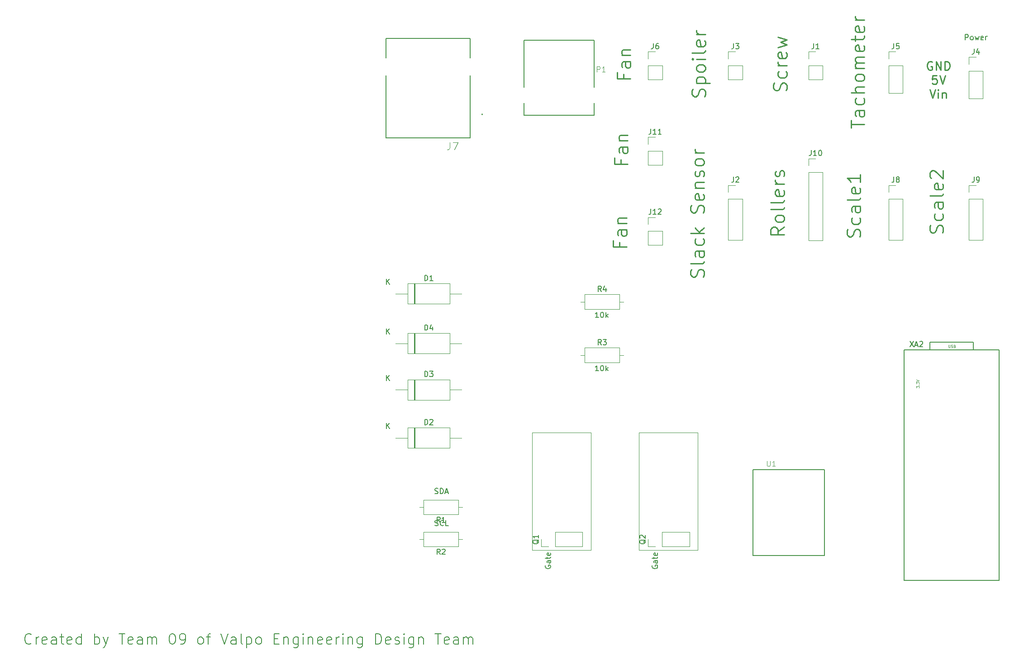
<source format=gbr>
G04 #@! TF.GenerationSoftware,KiCad,Pcbnew,(5.1.6)-1*
G04 #@! TF.CreationDate,2021-03-30T15:03:47-05:00*
G04 #@! TF.ProjectId,ControllerPCB,436f6e74-726f-46c6-9c65-725043422e6b,rev?*
G04 #@! TF.SameCoordinates,Original*
G04 #@! TF.FileFunction,Legend,Top*
G04 #@! TF.FilePolarity,Positive*
%FSLAX46Y46*%
G04 Gerber Fmt 4.6, Leading zero omitted, Abs format (unit mm)*
G04 Created by KiCad (PCBNEW (5.1.6)-1) date 2021-03-30 15:03:47*
%MOMM*%
%LPD*%
G01*
G04 APERTURE LIST*
%ADD10C,0.150000*%
%ADD11C,0.250000*%
%ADD12C,0.120000*%
%ADD13C,0.127000*%
%ADD14C,0.200000*%
%ADD15C,0.075000*%
%ADD16C,0.015000*%
G04 APERTURE END LIST*
D10*
X58285714Y-153464285D02*
X58190476Y-153559523D01*
X57904761Y-153654761D01*
X57714285Y-153654761D01*
X57428571Y-153559523D01*
X57238095Y-153369047D01*
X57142857Y-153178571D01*
X57047619Y-152797619D01*
X57047619Y-152511904D01*
X57142857Y-152130952D01*
X57238095Y-151940476D01*
X57428571Y-151750000D01*
X57714285Y-151654761D01*
X57904761Y-151654761D01*
X58190476Y-151750000D01*
X58285714Y-151845238D01*
X59142857Y-153654761D02*
X59142857Y-152321428D01*
X59142857Y-152702380D02*
X59238095Y-152511904D01*
X59333333Y-152416666D01*
X59523809Y-152321428D01*
X59714285Y-152321428D01*
X61142857Y-153559523D02*
X60952380Y-153654761D01*
X60571428Y-153654761D01*
X60380952Y-153559523D01*
X60285714Y-153369047D01*
X60285714Y-152607142D01*
X60380952Y-152416666D01*
X60571428Y-152321428D01*
X60952380Y-152321428D01*
X61142857Y-152416666D01*
X61238095Y-152607142D01*
X61238095Y-152797619D01*
X60285714Y-152988095D01*
X62952380Y-153654761D02*
X62952380Y-152607142D01*
X62857142Y-152416666D01*
X62666666Y-152321428D01*
X62285714Y-152321428D01*
X62095238Y-152416666D01*
X62952380Y-153559523D02*
X62761904Y-153654761D01*
X62285714Y-153654761D01*
X62095238Y-153559523D01*
X62000000Y-153369047D01*
X62000000Y-153178571D01*
X62095238Y-152988095D01*
X62285714Y-152892857D01*
X62761904Y-152892857D01*
X62952380Y-152797619D01*
X63619047Y-152321428D02*
X64380952Y-152321428D01*
X63904761Y-151654761D02*
X63904761Y-153369047D01*
X64000000Y-153559523D01*
X64190476Y-153654761D01*
X64380952Y-153654761D01*
X65809523Y-153559523D02*
X65619047Y-153654761D01*
X65238095Y-153654761D01*
X65047619Y-153559523D01*
X64952380Y-153369047D01*
X64952380Y-152607142D01*
X65047619Y-152416666D01*
X65238095Y-152321428D01*
X65619047Y-152321428D01*
X65809523Y-152416666D01*
X65904761Y-152607142D01*
X65904761Y-152797619D01*
X64952380Y-152988095D01*
X67619047Y-153654761D02*
X67619047Y-151654761D01*
X67619047Y-153559523D02*
X67428571Y-153654761D01*
X67047619Y-153654761D01*
X66857142Y-153559523D01*
X66761904Y-153464285D01*
X66666666Y-153273809D01*
X66666666Y-152702380D01*
X66761904Y-152511904D01*
X66857142Y-152416666D01*
X67047619Y-152321428D01*
X67428571Y-152321428D01*
X67619047Y-152416666D01*
X70095238Y-153654761D02*
X70095238Y-151654761D01*
X70095238Y-152416666D02*
X70285714Y-152321428D01*
X70666666Y-152321428D01*
X70857142Y-152416666D01*
X70952380Y-152511904D01*
X71047619Y-152702380D01*
X71047619Y-153273809D01*
X70952380Y-153464285D01*
X70857142Y-153559523D01*
X70666666Y-153654761D01*
X70285714Y-153654761D01*
X70095238Y-153559523D01*
X71714285Y-152321428D02*
X72190476Y-153654761D01*
X72666666Y-152321428D02*
X72190476Y-153654761D01*
X72000000Y-154130952D01*
X71904761Y-154226190D01*
X71714285Y-154321428D01*
X74666666Y-151654761D02*
X75809523Y-151654761D01*
X75238095Y-153654761D02*
X75238095Y-151654761D01*
X77238095Y-153559523D02*
X77047619Y-153654761D01*
X76666666Y-153654761D01*
X76476190Y-153559523D01*
X76380952Y-153369047D01*
X76380952Y-152607142D01*
X76476190Y-152416666D01*
X76666666Y-152321428D01*
X77047619Y-152321428D01*
X77238095Y-152416666D01*
X77333333Y-152607142D01*
X77333333Y-152797619D01*
X76380952Y-152988095D01*
X79047619Y-153654761D02*
X79047619Y-152607142D01*
X78952380Y-152416666D01*
X78761904Y-152321428D01*
X78380952Y-152321428D01*
X78190476Y-152416666D01*
X79047619Y-153559523D02*
X78857142Y-153654761D01*
X78380952Y-153654761D01*
X78190476Y-153559523D01*
X78095238Y-153369047D01*
X78095238Y-153178571D01*
X78190476Y-152988095D01*
X78380952Y-152892857D01*
X78857142Y-152892857D01*
X79047619Y-152797619D01*
X80000000Y-153654761D02*
X80000000Y-152321428D01*
X80000000Y-152511904D02*
X80095238Y-152416666D01*
X80285714Y-152321428D01*
X80571428Y-152321428D01*
X80761904Y-152416666D01*
X80857142Y-152607142D01*
X80857142Y-153654761D01*
X80857142Y-152607142D02*
X80952380Y-152416666D01*
X81142857Y-152321428D01*
X81428571Y-152321428D01*
X81619047Y-152416666D01*
X81714285Y-152607142D01*
X81714285Y-153654761D01*
X84571428Y-151654761D02*
X84761904Y-151654761D01*
X84952380Y-151750000D01*
X85047619Y-151845238D01*
X85142857Y-152035714D01*
X85238095Y-152416666D01*
X85238095Y-152892857D01*
X85142857Y-153273809D01*
X85047619Y-153464285D01*
X84952380Y-153559523D01*
X84761904Y-153654761D01*
X84571428Y-153654761D01*
X84380952Y-153559523D01*
X84285714Y-153464285D01*
X84190476Y-153273809D01*
X84095238Y-152892857D01*
X84095238Y-152416666D01*
X84190476Y-152035714D01*
X84285714Y-151845238D01*
X84380952Y-151750000D01*
X84571428Y-151654761D01*
X86190476Y-153654761D02*
X86571428Y-153654761D01*
X86761904Y-153559523D01*
X86857142Y-153464285D01*
X87047619Y-153178571D01*
X87142857Y-152797619D01*
X87142857Y-152035714D01*
X87047619Y-151845238D01*
X86952380Y-151750000D01*
X86761904Y-151654761D01*
X86380952Y-151654761D01*
X86190476Y-151750000D01*
X86095238Y-151845238D01*
X86000000Y-152035714D01*
X86000000Y-152511904D01*
X86095238Y-152702380D01*
X86190476Y-152797619D01*
X86380952Y-152892857D01*
X86761904Y-152892857D01*
X86952380Y-152797619D01*
X87047619Y-152702380D01*
X87142857Y-152511904D01*
X89809523Y-153654761D02*
X89619047Y-153559523D01*
X89523809Y-153464285D01*
X89428571Y-153273809D01*
X89428571Y-152702380D01*
X89523809Y-152511904D01*
X89619047Y-152416666D01*
X89809523Y-152321428D01*
X90095238Y-152321428D01*
X90285714Y-152416666D01*
X90380952Y-152511904D01*
X90476190Y-152702380D01*
X90476190Y-153273809D01*
X90380952Y-153464285D01*
X90285714Y-153559523D01*
X90095238Y-153654761D01*
X89809523Y-153654761D01*
X91047619Y-152321428D02*
X91809523Y-152321428D01*
X91333333Y-153654761D02*
X91333333Y-151940476D01*
X91428571Y-151750000D01*
X91619047Y-151654761D01*
X91809523Y-151654761D01*
X93714285Y-151654761D02*
X94380952Y-153654761D01*
X95047619Y-151654761D01*
X96571428Y-153654761D02*
X96571428Y-152607142D01*
X96476190Y-152416666D01*
X96285714Y-152321428D01*
X95904761Y-152321428D01*
X95714285Y-152416666D01*
X96571428Y-153559523D02*
X96380952Y-153654761D01*
X95904761Y-153654761D01*
X95714285Y-153559523D01*
X95619047Y-153369047D01*
X95619047Y-153178571D01*
X95714285Y-152988095D01*
X95904761Y-152892857D01*
X96380952Y-152892857D01*
X96571428Y-152797619D01*
X97809523Y-153654761D02*
X97619047Y-153559523D01*
X97523809Y-153369047D01*
X97523809Y-151654761D01*
X98571428Y-152321428D02*
X98571428Y-154321428D01*
X98571428Y-152416666D02*
X98761904Y-152321428D01*
X99142857Y-152321428D01*
X99333333Y-152416666D01*
X99428571Y-152511904D01*
X99523809Y-152702380D01*
X99523809Y-153273809D01*
X99428571Y-153464285D01*
X99333333Y-153559523D01*
X99142857Y-153654761D01*
X98761904Y-153654761D01*
X98571428Y-153559523D01*
X100666666Y-153654761D02*
X100476190Y-153559523D01*
X100380952Y-153464285D01*
X100285714Y-153273809D01*
X100285714Y-152702380D01*
X100380952Y-152511904D01*
X100476190Y-152416666D01*
X100666666Y-152321428D01*
X100952380Y-152321428D01*
X101142857Y-152416666D01*
X101238095Y-152511904D01*
X101333333Y-152702380D01*
X101333333Y-153273809D01*
X101238095Y-153464285D01*
X101142857Y-153559523D01*
X100952380Y-153654761D01*
X100666666Y-153654761D01*
X103714285Y-152607142D02*
X104380952Y-152607142D01*
X104666666Y-153654761D02*
X103714285Y-153654761D01*
X103714285Y-151654761D01*
X104666666Y-151654761D01*
X105523809Y-152321428D02*
X105523809Y-153654761D01*
X105523809Y-152511904D02*
X105619047Y-152416666D01*
X105809523Y-152321428D01*
X106095238Y-152321428D01*
X106285714Y-152416666D01*
X106380952Y-152607142D01*
X106380952Y-153654761D01*
X108190476Y-152321428D02*
X108190476Y-153940476D01*
X108095238Y-154130952D01*
X107999999Y-154226190D01*
X107809523Y-154321428D01*
X107523809Y-154321428D01*
X107333333Y-154226190D01*
X108190476Y-153559523D02*
X107999999Y-153654761D01*
X107619047Y-153654761D01*
X107428571Y-153559523D01*
X107333333Y-153464285D01*
X107238095Y-153273809D01*
X107238095Y-152702380D01*
X107333333Y-152511904D01*
X107428571Y-152416666D01*
X107619047Y-152321428D01*
X107999999Y-152321428D01*
X108190476Y-152416666D01*
X109142857Y-153654761D02*
X109142857Y-152321428D01*
X109142857Y-151654761D02*
X109047619Y-151750000D01*
X109142857Y-151845238D01*
X109238095Y-151750000D01*
X109142857Y-151654761D01*
X109142857Y-151845238D01*
X110095238Y-152321428D02*
X110095238Y-153654761D01*
X110095238Y-152511904D02*
X110190476Y-152416666D01*
X110380952Y-152321428D01*
X110666666Y-152321428D01*
X110857142Y-152416666D01*
X110952380Y-152607142D01*
X110952380Y-153654761D01*
X112666666Y-153559523D02*
X112476190Y-153654761D01*
X112095238Y-153654761D01*
X111904761Y-153559523D01*
X111809523Y-153369047D01*
X111809523Y-152607142D01*
X111904761Y-152416666D01*
X112095238Y-152321428D01*
X112476190Y-152321428D01*
X112666666Y-152416666D01*
X112761904Y-152607142D01*
X112761904Y-152797619D01*
X111809523Y-152988095D01*
X114380952Y-153559523D02*
X114190476Y-153654761D01*
X113809523Y-153654761D01*
X113619047Y-153559523D01*
X113523809Y-153369047D01*
X113523809Y-152607142D01*
X113619047Y-152416666D01*
X113809523Y-152321428D01*
X114190476Y-152321428D01*
X114380952Y-152416666D01*
X114476190Y-152607142D01*
X114476190Y-152797619D01*
X113523809Y-152988095D01*
X115333333Y-153654761D02*
X115333333Y-152321428D01*
X115333333Y-152702380D02*
X115428571Y-152511904D01*
X115523809Y-152416666D01*
X115714285Y-152321428D01*
X115904761Y-152321428D01*
X116571428Y-153654761D02*
X116571428Y-152321428D01*
X116571428Y-151654761D02*
X116476190Y-151750000D01*
X116571428Y-151845238D01*
X116666666Y-151750000D01*
X116571428Y-151654761D01*
X116571428Y-151845238D01*
X117523809Y-152321428D02*
X117523809Y-153654761D01*
X117523809Y-152511904D02*
X117619047Y-152416666D01*
X117809523Y-152321428D01*
X118095238Y-152321428D01*
X118285714Y-152416666D01*
X118380952Y-152607142D01*
X118380952Y-153654761D01*
X120190476Y-152321428D02*
X120190476Y-153940476D01*
X120095238Y-154130952D01*
X119999999Y-154226190D01*
X119809523Y-154321428D01*
X119523809Y-154321428D01*
X119333333Y-154226190D01*
X120190476Y-153559523D02*
X119999999Y-153654761D01*
X119619047Y-153654761D01*
X119428571Y-153559523D01*
X119333333Y-153464285D01*
X119238095Y-153273809D01*
X119238095Y-152702380D01*
X119333333Y-152511904D01*
X119428571Y-152416666D01*
X119619047Y-152321428D01*
X119999999Y-152321428D01*
X120190476Y-152416666D01*
X122666666Y-153654761D02*
X122666666Y-151654761D01*
X123142857Y-151654761D01*
X123428571Y-151750000D01*
X123619047Y-151940476D01*
X123714285Y-152130952D01*
X123809523Y-152511904D01*
X123809523Y-152797619D01*
X123714285Y-153178571D01*
X123619047Y-153369047D01*
X123428571Y-153559523D01*
X123142857Y-153654761D01*
X122666666Y-153654761D01*
X125428571Y-153559523D02*
X125238095Y-153654761D01*
X124857142Y-153654761D01*
X124666666Y-153559523D01*
X124571428Y-153369047D01*
X124571428Y-152607142D01*
X124666666Y-152416666D01*
X124857142Y-152321428D01*
X125238095Y-152321428D01*
X125428571Y-152416666D01*
X125523809Y-152607142D01*
X125523809Y-152797619D01*
X124571428Y-152988095D01*
X126285714Y-153559523D02*
X126476190Y-153654761D01*
X126857142Y-153654761D01*
X127047619Y-153559523D01*
X127142857Y-153369047D01*
X127142857Y-153273809D01*
X127047619Y-153083333D01*
X126857142Y-152988095D01*
X126571428Y-152988095D01*
X126380952Y-152892857D01*
X126285714Y-152702380D01*
X126285714Y-152607142D01*
X126380952Y-152416666D01*
X126571428Y-152321428D01*
X126857142Y-152321428D01*
X127047619Y-152416666D01*
X127999999Y-153654761D02*
X127999999Y-152321428D01*
X127999999Y-151654761D02*
X127904761Y-151750000D01*
X127999999Y-151845238D01*
X128095238Y-151750000D01*
X127999999Y-151654761D01*
X127999999Y-151845238D01*
X129809523Y-152321428D02*
X129809523Y-153940476D01*
X129714285Y-154130952D01*
X129619047Y-154226190D01*
X129428571Y-154321428D01*
X129142857Y-154321428D01*
X128952380Y-154226190D01*
X129809523Y-153559523D02*
X129619047Y-153654761D01*
X129238095Y-153654761D01*
X129047619Y-153559523D01*
X128952380Y-153464285D01*
X128857142Y-153273809D01*
X128857142Y-152702380D01*
X128952380Y-152511904D01*
X129047619Y-152416666D01*
X129238095Y-152321428D01*
X129619047Y-152321428D01*
X129809523Y-152416666D01*
X130761904Y-152321428D02*
X130761904Y-153654761D01*
X130761904Y-152511904D02*
X130857142Y-152416666D01*
X131047619Y-152321428D01*
X131333333Y-152321428D01*
X131523809Y-152416666D01*
X131619047Y-152607142D01*
X131619047Y-153654761D01*
X133809523Y-151654761D02*
X134952380Y-151654761D01*
X134380952Y-153654761D02*
X134380952Y-151654761D01*
X136380952Y-153559523D02*
X136190476Y-153654761D01*
X135809523Y-153654761D01*
X135619047Y-153559523D01*
X135523809Y-153369047D01*
X135523809Y-152607142D01*
X135619047Y-152416666D01*
X135809523Y-152321428D01*
X136190476Y-152321428D01*
X136380952Y-152416666D01*
X136476190Y-152607142D01*
X136476190Y-152797619D01*
X135523809Y-152988095D01*
X138190476Y-153654761D02*
X138190476Y-152607142D01*
X138095238Y-152416666D01*
X137904761Y-152321428D01*
X137523809Y-152321428D01*
X137333333Y-152416666D01*
X138190476Y-153559523D02*
X137999999Y-153654761D01*
X137523809Y-153654761D01*
X137333333Y-153559523D01*
X137238095Y-153369047D01*
X137238095Y-153178571D01*
X137333333Y-152988095D01*
X137523809Y-152892857D01*
X137999999Y-152892857D01*
X138190476Y-152797619D01*
X139142857Y-153654761D02*
X139142857Y-152321428D01*
X139142857Y-152511904D02*
X139238095Y-152416666D01*
X139428571Y-152321428D01*
X139714285Y-152321428D01*
X139904761Y-152416666D01*
X139999999Y-152607142D01*
X139999999Y-153654761D01*
X139999999Y-152607142D02*
X140095238Y-152416666D01*
X140285714Y-152321428D01*
X140571428Y-152321428D01*
X140761904Y-152416666D01*
X140857142Y-152607142D01*
X140857142Y-153654761D01*
X133809523Y-131404761D02*
X133952380Y-131452380D01*
X134190476Y-131452380D01*
X134285714Y-131404761D01*
X134333333Y-131357142D01*
X134380952Y-131261904D01*
X134380952Y-131166666D01*
X134333333Y-131071428D01*
X134285714Y-131023809D01*
X134190476Y-130976190D01*
X134000000Y-130928571D01*
X133904761Y-130880952D01*
X133857142Y-130833333D01*
X133809523Y-130738095D01*
X133809523Y-130642857D01*
X133857142Y-130547619D01*
X133904761Y-130500000D01*
X134000000Y-130452380D01*
X134238095Y-130452380D01*
X134380952Y-130500000D01*
X135380952Y-131357142D02*
X135333333Y-131404761D01*
X135190476Y-131452380D01*
X135095238Y-131452380D01*
X134952380Y-131404761D01*
X134857142Y-131309523D01*
X134809523Y-131214285D01*
X134761904Y-131023809D01*
X134761904Y-130880952D01*
X134809523Y-130690476D01*
X134857142Y-130595238D01*
X134952380Y-130500000D01*
X135095238Y-130452380D01*
X135190476Y-130452380D01*
X135333333Y-130500000D01*
X135380952Y-130547619D01*
X136285714Y-131452380D02*
X135809523Y-131452380D01*
X135809523Y-130452380D01*
X133785714Y-125404761D02*
X133928571Y-125452380D01*
X134166666Y-125452380D01*
X134261904Y-125404761D01*
X134309523Y-125357142D01*
X134357142Y-125261904D01*
X134357142Y-125166666D01*
X134309523Y-125071428D01*
X134261904Y-125023809D01*
X134166666Y-124976190D01*
X133976190Y-124928571D01*
X133880952Y-124880952D01*
X133833333Y-124833333D01*
X133785714Y-124738095D01*
X133785714Y-124642857D01*
X133833333Y-124547619D01*
X133880952Y-124500000D01*
X133976190Y-124452380D01*
X134214285Y-124452380D01*
X134357142Y-124500000D01*
X134785714Y-125452380D02*
X134785714Y-124452380D01*
X135023809Y-124452380D01*
X135166666Y-124500000D01*
X135261904Y-124595238D01*
X135309523Y-124690476D01*
X135357142Y-124880952D01*
X135357142Y-125023809D01*
X135309523Y-125214285D01*
X135261904Y-125309523D01*
X135166666Y-125404761D01*
X135023809Y-125452380D01*
X134785714Y-125452380D01*
X135738095Y-125166666D02*
X136214285Y-125166666D01*
X135642857Y-125452380D02*
X135976190Y-124452380D01*
X136309523Y-125452380D01*
X164404761Y-102452380D02*
X163833333Y-102452380D01*
X164119047Y-102452380D02*
X164119047Y-101452380D01*
X164023809Y-101595238D01*
X163928571Y-101690476D01*
X163833333Y-101738095D01*
X165023809Y-101452380D02*
X165119047Y-101452380D01*
X165214285Y-101500000D01*
X165261904Y-101547619D01*
X165309523Y-101642857D01*
X165357142Y-101833333D01*
X165357142Y-102071428D01*
X165309523Y-102261904D01*
X165261904Y-102357142D01*
X165214285Y-102404761D01*
X165119047Y-102452380D01*
X165023809Y-102452380D01*
X164928571Y-102404761D01*
X164880952Y-102357142D01*
X164833333Y-102261904D01*
X164785714Y-102071428D01*
X164785714Y-101833333D01*
X164833333Y-101642857D01*
X164880952Y-101547619D01*
X164928571Y-101500000D01*
X165023809Y-101452380D01*
X165785714Y-102452380D02*
X165785714Y-101452380D01*
X165880952Y-102071428D02*
X166166666Y-102452380D01*
X166166666Y-101785714D02*
X165785714Y-102166666D01*
X164404761Y-92452380D02*
X163833333Y-92452380D01*
X164119047Y-92452380D02*
X164119047Y-91452380D01*
X164023809Y-91595238D01*
X163928571Y-91690476D01*
X163833333Y-91738095D01*
X165023809Y-91452380D02*
X165119047Y-91452380D01*
X165214285Y-91500000D01*
X165261904Y-91547619D01*
X165309523Y-91642857D01*
X165357142Y-91833333D01*
X165357142Y-92071428D01*
X165309523Y-92261904D01*
X165261904Y-92357142D01*
X165214285Y-92404761D01*
X165119047Y-92452380D01*
X165023809Y-92452380D01*
X164928571Y-92404761D01*
X164880952Y-92357142D01*
X164833333Y-92261904D01*
X164785714Y-92071428D01*
X164785714Y-91833333D01*
X164833333Y-91642857D01*
X164880952Y-91547619D01*
X164928571Y-91500000D01*
X165023809Y-91452380D01*
X165785714Y-92452380D02*
X165785714Y-91452380D01*
X165880952Y-92071428D02*
X166166666Y-92452380D01*
X166166666Y-91785714D02*
X165785714Y-92166666D01*
D11*
X228761904Y-76583333D02*
X228880952Y-76226190D01*
X228880952Y-75630952D01*
X228761904Y-75392857D01*
X228642857Y-75273809D01*
X228404761Y-75154761D01*
X228166666Y-75154761D01*
X227928571Y-75273809D01*
X227809523Y-75392857D01*
X227690476Y-75630952D01*
X227571428Y-76107142D01*
X227452380Y-76345238D01*
X227333333Y-76464285D01*
X227095238Y-76583333D01*
X226857142Y-76583333D01*
X226619047Y-76464285D01*
X226500000Y-76345238D01*
X226380952Y-76107142D01*
X226380952Y-75511904D01*
X226500000Y-75154761D01*
X228761904Y-73011904D02*
X228880952Y-73250000D01*
X228880952Y-73726190D01*
X228761904Y-73964285D01*
X228642857Y-74083333D01*
X228404761Y-74202380D01*
X227690476Y-74202380D01*
X227452380Y-74083333D01*
X227333333Y-73964285D01*
X227214285Y-73726190D01*
X227214285Y-73250000D01*
X227333333Y-73011904D01*
X228880952Y-70869047D02*
X227571428Y-70869047D01*
X227333333Y-70988095D01*
X227214285Y-71226190D01*
X227214285Y-71702380D01*
X227333333Y-71940476D01*
X228761904Y-70869047D02*
X228880952Y-71107142D01*
X228880952Y-71702380D01*
X228761904Y-71940476D01*
X228523809Y-72059523D01*
X228285714Y-72059523D01*
X228047619Y-71940476D01*
X227928571Y-71702380D01*
X227928571Y-71107142D01*
X227809523Y-70869047D01*
X228880952Y-69321428D02*
X228761904Y-69559523D01*
X228523809Y-69678571D01*
X226380952Y-69678571D01*
X228761904Y-67416666D02*
X228880952Y-67654761D01*
X228880952Y-68130952D01*
X228761904Y-68369047D01*
X228523809Y-68488095D01*
X227571428Y-68488095D01*
X227333333Y-68369047D01*
X227214285Y-68130952D01*
X227214285Y-67654761D01*
X227333333Y-67416666D01*
X227571428Y-67297619D01*
X227809523Y-67297619D01*
X228047619Y-68488095D01*
X226619047Y-66345238D02*
X226500000Y-66226190D01*
X226380952Y-65988095D01*
X226380952Y-65392857D01*
X226500000Y-65154761D01*
X226619047Y-65035714D01*
X226857142Y-64916666D01*
X227095238Y-64916666D01*
X227452380Y-65035714D01*
X228880952Y-66464285D01*
X228880952Y-64916666D01*
X213261904Y-77333333D02*
X213380952Y-76976190D01*
X213380952Y-76380952D01*
X213261904Y-76142857D01*
X213142857Y-76023809D01*
X212904761Y-75904761D01*
X212666666Y-75904761D01*
X212428571Y-76023809D01*
X212309523Y-76142857D01*
X212190476Y-76380952D01*
X212071428Y-76857142D01*
X211952380Y-77095238D01*
X211833333Y-77214285D01*
X211595238Y-77333333D01*
X211357142Y-77333333D01*
X211119047Y-77214285D01*
X211000000Y-77095238D01*
X210880952Y-76857142D01*
X210880952Y-76261904D01*
X211000000Y-75904761D01*
X213261904Y-73761904D02*
X213380952Y-74000000D01*
X213380952Y-74476190D01*
X213261904Y-74714285D01*
X213142857Y-74833333D01*
X212904761Y-74952380D01*
X212190476Y-74952380D01*
X211952380Y-74833333D01*
X211833333Y-74714285D01*
X211714285Y-74476190D01*
X211714285Y-74000000D01*
X211833333Y-73761904D01*
X213380952Y-71619047D02*
X212071428Y-71619047D01*
X211833333Y-71738095D01*
X211714285Y-71976190D01*
X211714285Y-72452380D01*
X211833333Y-72690476D01*
X213261904Y-71619047D02*
X213380952Y-71857142D01*
X213380952Y-72452380D01*
X213261904Y-72690476D01*
X213023809Y-72809523D01*
X212785714Y-72809523D01*
X212547619Y-72690476D01*
X212428571Y-72452380D01*
X212428571Y-71857142D01*
X212309523Y-71619047D01*
X213380952Y-70071428D02*
X213261904Y-70309523D01*
X213023809Y-70428571D01*
X210880952Y-70428571D01*
X213261904Y-68166666D02*
X213380952Y-68404761D01*
X213380952Y-68880952D01*
X213261904Y-69119047D01*
X213023809Y-69238095D01*
X212071428Y-69238095D01*
X211833333Y-69119047D01*
X211714285Y-68880952D01*
X211714285Y-68404761D01*
X211833333Y-68166666D01*
X212071428Y-68047619D01*
X212309523Y-68047619D01*
X212547619Y-69238095D01*
X213380952Y-65666666D02*
X213380952Y-67095238D01*
X213380952Y-66380952D02*
X210880952Y-66380952D01*
X211238095Y-66619047D01*
X211476190Y-66857142D01*
X211595238Y-67095238D01*
X199130952Y-75523809D02*
X197940476Y-76357142D01*
X199130952Y-76952380D02*
X196630952Y-76952380D01*
X196630952Y-76000000D01*
X196750000Y-75761904D01*
X196869047Y-75642857D01*
X197107142Y-75523809D01*
X197464285Y-75523809D01*
X197702380Y-75642857D01*
X197821428Y-75761904D01*
X197940476Y-76000000D01*
X197940476Y-76952380D01*
X199130952Y-74095238D02*
X199011904Y-74333333D01*
X198892857Y-74452380D01*
X198654761Y-74571428D01*
X197940476Y-74571428D01*
X197702380Y-74452380D01*
X197583333Y-74333333D01*
X197464285Y-74095238D01*
X197464285Y-73738095D01*
X197583333Y-73500000D01*
X197702380Y-73380952D01*
X197940476Y-73261904D01*
X198654761Y-73261904D01*
X198892857Y-73380952D01*
X199011904Y-73500000D01*
X199130952Y-73738095D01*
X199130952Y-74095238D01*
X199130952Y-71833333D02*
X199011904Y-72071428D01*
X198773809Y-72190476D01*
X196630952Y-72190476D01*
X199130952Y-70523809D02*
X199011904Y-70761904D01*
X198773809Y-70880952D01*
X196630952Y-70880952D01*
X199011904Y-68619047D02*
X199130952Y-68857142D01*
X199130952Y-69333333D01*
X199011904Y-69571428D01*
X198773809Y-69690476D01*
X197821428Y-69690476D01*
X197583333Y-69571428D01*
X197464285Y-69333333D01*
X197464285Y-68857142D01*
X197583333Y-68619047D01*
X197821428Y-68500000D01*
X198059523Y-68500000D01*
X198297619Y-69690476D01*
X199130952Y-67428571D02*
X197464285Y-67428571D01*
X197940476Y-67428571D02*
X197702380Y-67309523D01*
X197583333Y-67190476D01*
X197464285Y-66952380D01*
X197464285Y-66714285D01*
X199011904Y-66000000D02*
X199130952Y-65761904D01*
X199130952Y-65285714D01*
X199011904Y-65047619D01*
X198773809Y-64928571D01*
X198654761Y-64928571D01*
X198416666Y-65047619D01*
X198297619Y-65285714D01*
X198297619Y-65642857D01*
X198178571Y-65880952D01*
X197940476Y-66000000D01*
X197821428Y-66000000D01*
X197583333Y-65880952D01*
X197464285Y-65642857D01*
X197464285Y-65285714D01*
X197583333Y-65047619D01*
X184011904Y-84845238D02*
X184130952Y-84488095D01*
X184130952Y-83892857D01*
X184011904Y-83654761D01*
X183892857Y-83535714D01*
X183654761Y-83416666D01*
X183416666Y-83416666D01*
X183178571Y-83535714D01*
X183059523Y-83654761D01*
X182940476Y-83892857D01*
X182821428Y-84369047D01*
X182702380Y-84607142D01*
X182583333Y-84726190D01*
X182345238Y-84845238D01*
X182107142Y-84845238D01*
X181869047Y-84726190D01*
X181750000Y-84607142D01*
X181630952Y-84369047D01*
X181630952Y-83773809D01*
X181750000Y-83416666D01*
X184130952Y-81988095D02*
X184011904Y-82226190D01*
X183773809Y-82345238D01*
X181630952Y-82345238D01*
X184130952Y-79964285D02*
X182821428Y-79964285D01*
X182583333Y-80083333D01*
X182464285Y-80321428D01*
X182464285Y-80797619D01*
X182583333Y-81035714D01*
X184011904Y-79964285D02*
X184130952Y-80202380D01*
X184130952Y-80797619D01*
X184011904Y-81035714D01*
X183773809Y-81154761D01*
X183535714Y-81154761D01*
X183297619Y-81035714D01*
X183178571Y-80797619D01*
X183178571Y-80202380D01*
X183059523Y-79964285D01*
X184011904Y-77702380D02*
X184130952Y-77940476D01*
X184130952Y-78416666D01*
X184011904Y-78654761D01*
X183892857Y-78773809D01*
X183654761Y-78892857D01*
X182940476Y-78892857D01*
X182702380Y-78773809D01*
X182583333Y-78654761D01*
X182464285Y-78416666D01*
X182464285Y-77940476D01*
X182583333Y-77702380D01*
X184130952Y-76630952D02*
X181630952Y-76630952D01*
X183178571Y-76392857D02*
X184130952Y-75678571D01*
X182464285Y-75678571D02*
X183416666Y-76630952D01*
X184011904Y-72821428D02*
X184130952Y-72464285D01*
X184130952Y-71869047D01*
X184011904Y-71630952D01*
X183892857Y-71511904D01*
X183654761Y-71392857D01*
X183416666Y-71392857D01*
X183178571Y-71511904D01*
X183059523Y-71630952D01*
X182940476Y-71869047D01*
X182821428Y-72345238D01*
X182702380Y-72583333D01*
X182583333Y-72702380D01*
X182345238Y-72821428D01*
X182107142Y-72821428D01*
X181869047Y-72702380D01*
X181750000Y-72583333D01*
X181630952Y-72345238D01*
X181630952Y-71750000D01*
X181750000Y-71392857D01*
X184011904Y-69369047D02*
X184130952Y-69607142D01*
X184130952Y-70083333D01*
X184011904Y-70321428D01*
X183773809Y-70440476D01*
X182821428Y-70440476D01*
X182583333Y-70321428D01*
X182464285Y-70083333D01*
X182464285Y-69607142D01*
X182583333Y-69369047D01*
X182821428Y-69250000D01*
X183059523Y-69250000D01*
X183297619Y-70440476D01*
X182464285Y-68178571D02*
X184130952Y-68178571D01*
X182702380Y-68178571D02*
X182583333Y-68059523D01*
X182464285Y-67821428D01*
X182464285Y-67464285D01*
X182583333Y-67226190D01*
X182821428Y-67107142D01*
X184130952Y-67107142D01*
X184011904Y-66035714D02*
X184130952Y-65797619D01*
X184130952Y-65321428D01*
X184011904Y-65083333D01*
X183773809Y-64964285D01*
X183654761Y-64964285D01*
X183416666Y-65083333D01*
X183297619Y-65321428D01*
X183297619Y-65678571D01*
X183178571Y-65916666D01*
X182940476Y-66035714D01*
X182821428Y-66035714D01*
X182583333Y-65916666D01*
X182464285Y-65678571D01*
X182464285Y-65321428D01*
X182583333Y-65083333D01*
X184130952Y-63535714D02*
X184011904Y-63773809D01*
X183892857Y-63892857D01*
X183654761Y-64011904D01*
X182940476Y-64011904D01*
X182702380Y-63892857D01*
X182583333Y-63773809D01*
X182464285Y-63535714D01*
X182464285Y-63178571D01*
X182583333Y-62940476D01*
X182702380Y-62821428D01*
X182940476Y-62702380D01*
X183654761Y-62702380D01*
X183892857Y-62821428D01*
X184011904Y-62940476D01*
X184130952Y-63178571D01*
X184130952Y-63535714D01*
X184130952Y-61630952D02*
X182464285Y-61630952D01*
X182940476Y-61630952D02*
X182702380Y-61511904D01*
X182583333Y-61392857D01*
X182464285Y-61154761D01*
X182464285Y-60916666D01*
X226780952Y-44550000D02*
X226628571Y-44473809D01*
X226400000Y-44473809D01*
X226171428Y-44550000D01*
X226019047Y-44702380D01*
X225942857Y-44854761D01*
X225866666Y-45159523D01*
X225866666Y-45388095D01*
X225942857Y-45692857D01*
X226019047Y-45845238D01*
X226171428Y-45997619D01*
X226400000Y-46073809D01*
X226552380Y-46073809D01*
X226780952Y-45997619D01*
X226857142Y-45921428D01*
X226857142Y-45388095D01*
X226552380Y-45388095D01*
X227542857Y-46073809D02*
X227542857Y-44473809D01*
X228457142Y-46073809D01*
X228457142Y-44473809D01*
X229219047Y-46073809D02*
X229219047Y-44473809D01*
X229600000Y-44473809D01*
X229828571Y-44550000D01*
X229980952Y-44702380D01*
X230057142Y-44854761D01*
X230133333Y-45159523D01*
X230133333Y-45388095D01*
X230057142Y-45692857D01*
X229980952Y-45845238D01*
X229828571Y-45997619D01*
X229600000Y-46073809D01*
X229219047Y-46073809D01*
X227695238Y-47123809D02*
X226933333Y-47123809D01*
X226857142Y-47885714D01*
X226933333Y-47809523D01*
X227085714Y-47733333D01*
X227466666Y-47733333D01*
X227619047Y-47809523D01*
X227695238Y-47885714D01*
X227771428Y-48038095D01*
X227771428Y-48419047D01*
X227695238Y-48571428D01*
X227619047Y-48647619D01*
X227466666Y-48723809D01*
X227085714Y-48723809D01*
X226933333Y-48647619D01*
X226857142Y-48571428D01*
X228228571Y-47123809D02*
X228761904Y-48723809D01*
X229295238Y-47123809D01*
X226361904Y-49773809D02*
X226895238Y-51373809D01*
X227428571Y-49773809D01*
X227961904Y-51373809D02*
X227961904Y-50307142D01*
X227961904Y-49773809D02*
X227885714Y-49850000D01*
X227961904Y-49926190D01*
X228038095Y-49850000D01*
X227961904Y-49773809D01*
X227961904Y-49926190D01*
X228723809Y-50307142D02*
X228723809Y-51373809D01*
X228723809Y-50459523D02*
X228800000Y-50383333D01*
X228952380Y-50307142D01*
X229180952Y-50307142D01*
X229333333Y-50383333D01*
X229409523Y-50535714D01*
X229409523Y-51373809D01*
D10*
X233023809Y-40452380D02*
X233023809Y-39452380D01*
X233404761Y-39452380D01*
X233500000Y-39500000D01*
X233547619Y-39547619D01*
X233595238Y-39642857D01*
X233595238Y-39785714D01*
X233547619Y-39880952D01*
X233500000Y-39928571D01*
X233404761Y-39976190D01*
X233023809Y-39976190D01*
X234166666Y-40452380D02*
X234071428Y-40404761D01*
X234023809Y-40357142D01*
X233976190Y-40261904D01*
X233976190Y-39976190D01*
X234023809Y-39880952D01*
X234071428Y-39833333D01*
X234166666Y-39785714D01*
X234309523Y-39785714D01*
X234404761Y-39833333D01*
X234452380Y-39880952D01*
X234500000Y-39976190D01*
X234500000Y-40261904D01*
X234452380Y-40357142D01*
X234404761Y-40404761D01*
X234309523Y-40452380D01*
X234166666Y-40452380D01*
X234833333Y-39785714D02*
X235023809Y-40452380D01*
X235214285Y-39976190D01*
X235404761Y-40452380D01*
X235595238Y-39785714D01*
X236357142Y-40404761D02*
X236261904Y-40452380D01*
X236071428Y-40452380D01*
X235976190Y-40404761D01*
X235928571Y-40309523D01*
X235928571Y-39928571D01*
X235976190Y-39833333D01*
X236071428Y-39785714D01*
X236261904Y-39785714D01*
X236357142Y-39833333D01*
X236404761Y-39928571D01*
X236404761Y-40023809D01*
X235928571Y-40119047D01*
X236833333Y-40452380D02*
X236833333Y-39785714D01*
X236833333Y-39976190D02*
X236880952Y-39880952D01*
X236928571Y-39833333D01*
X237023809Y-39785714D01*
X237119047Y-39785714D01*
D11*
X211630952Y-56976190D02*
X211630952Y-55547619D01*
X214130952Y-56261904D02*
X211630952Y-56261904D01*
X214130952Y-53642857D02*
X212821428Y-53642857D01*
X212583333Y-53761904D01*
X212464285Y-54000000D01*
X212464285Y-54476190D01*
X212583333Y-54714285D01*
X214011904Y-53642857D02*
X214130952Y-53880952D01*
X214130952Y-54476190D01*
X214011904Y-54714285D01*
X213773809Y-54833333D01*
X213535714Y-54833333D01*
X213297619Y-54714285D01*
X213178571Y-54476190D01*
X213178571Y-53880952D01*
X213059523Y-53642857D01*
X214011904Y-51380952D02*
X214130952Y-51619047D01*
X214130952Y-52095238D01*
X214011904Y-52333333D01*
X213892857Y-52452380D01*
X213654761Y-52571428D01*
X212940476Y-52571428D01*
X212702380Y-52452380D01*
X212583333Y-52333333D01*
X212464285Y-52095238D01*
X212464285Y-51619047D01*
X212583333Y-51380952D01*
X214130952Y-50309523D02*
X211630952Y-50309523D01*
X214130952Y-49238095D02*
X212821428Y-49238095D01*
X212583333Y-49357142D01*
X212464285Y-49595238D01*
X212464285Y-49952380D01*
X212583333Y-50190476D01*
X212702380Y-50309523D01*
X214130952Y-47690476D02*
X214011904Y-47928571D01*
X213892857Y-48047619D01*
X213654761Y-48166666D01*
X212940476Y-48166666D01*
X212702380Y-48047619D01*
X212583333Y-47928571D01*
X212464285Y-47690476D01*
X212464285Y-47333333D01*
X212583333Y-47095238D01*
X212702380Y-46976190D01*
X212940476Y-46857142D01*
X213654761Y-46857142D01*
X213892857Y-46976190D01*
X214011904Y-47095238D01*
X214130952Y-47333333D01*
X214130952Y-47690476D01*
X214130952Y-45785714D02*
X212464285Y-45785714D01*
X212702380Y-45785714D02*
X212583333Y-45666666D01*
X212464285Y-45428571D01*
X212464285Y-45071428D01*
X212583333Y-44833333D01*
X212821428Y-44714285D01*
X214130952Y-44714285D01*
X212821428Y-44714285D02*
X212583333Y-44595238D01*
X212464285Y-44357142D01*
X212464285Y-44000000D01*
X212583333Y-43761904D01*
X212821428Y-43642857D01*
X214130952Y-43642857D01*
X214011904Y-41500000D02*
X214130952Y-41738095D01*
X214130952Y-42214285D01*
X214011904Y-42452380D01*
X213773809Y-42571428D01*
X212821428Y-42571428D01*
X212583333Y-42452380D01*
X212464285Y-42214285D01*
X212464285Y-41738095D01*
X212583333Y-41500000D01*
X212821428Y-41380952D01*
X213059523Y-41380952D01*
X213297619Y-42571428D01*
X212464285Y-40666666D02*
X212464285Y-39714285D01*
X211630952Y-40309523D02*
X213773809Y-40309523D01*
X214011904Y-40190476D01*
X214130952Y-39952380D01*
X214130952Y-39714285D01*
X214011904Y-37928571D02*
X214130952Y-38166666D01*
X214130952Y-38642857D01*
X214011904Y-38880952D01*
X213773809Y-39000000D01*
X212821428Y-39000000D01*
X212583333Y-38880952D01*
X212464285Y-38642857D01*
X212464285Y-38166666D01*
X212583333Y-37928571D01*
X212821428Y-37809523D01*
X213059523Y-37809523D01*
X213297619Y-39000000D01*
X214130952Y-36738095D02*
X212464285Y-36738095D01*
X212940476Y-36738095D02*
X212702380Y-36619047D01*
X212583333Y-36500000D01*
X212464285Y-36261904D01*
X212464285Y-36023809D01*
X199511904Y-49940476D02*
X199630952Y-49583333D01*
X199630952Y-48988095D01*
X199511904Y-48750000D01*
X199392857Y-48630952D01*
X199154761Y-48511904D01*
X198916666Y-48511904D01*
X198678571Y-48630952D01*
X198559523Y-48750000D01*
X198440476Y-48988095D01*
X198321428Y-49464285D01*
X198202380Y-49702380D01*
X198083333Y-49821428D01*
X197845238Y-49940476D01*
X197607142Y-49940476D01*
X197369047Y-49821428D01*
X197250000Y-49702380D01*
X197130952Y-49464285D01*
X197130952Y-48869047D01*
X197250000Y-48511904D01*
X199511904Y-46369047D02*
X199630952Y-46607142D01*
X199630952Y-47083333D01*
X199511904Y-47321428D01*
X199392857Y-47440476D01*
X199154761Y-47559523D01*
X198440476Y-47559523D01*
X198202380Y-47440476D01*
X198083333Y-47321428D01*
X197964285Y-47083333D01*
X197964285Y-46607142D01*
X198083333Y-46369047D01*
X199630952Y-45297619D02*
X197964285Y-45297619D01*
X198440476Y-45297619D02*
X198202380Y-45178571D01*
X198083333Y-45059523D01*
X197964285Y-44821428D01*
X197964285Y-44583333D01*
X199511904Y-42797619D02*
X199630952Y-43035714D01*
X199630952Y-43511904D01*
X199511904Y-43750000D01*
X199273809Y-43869047D01*
X198321428Y-43869047D01*
X198083333Y-43750000D01*
X197964285Y-43511904D01*
X197964285Y-43035714D01*
X198083333Y-42797619D01*
X198321428Y-42678571D01*
X198559523Y-42678571D01*
X198797619Y-43869047D01*
X197964285Y-41845238D02*
X199630952Y-41369047D01*
X198440476Y-40892857D01*
X199630952Y-40416666D01*
X197964285Y-39940476D01*
X184261904Y-51071428D02*
X184380952Y-50714285D01*
X184380952Y-50119047D01*
X184261904Y-49880952D01*
X184142857Y-49761904D01*
X183904761Y-49642857D01*
X183666666Y-49642857D01*
X183428571Y-49761904D01*
X183309523Y-49880952D01*
X183190476Y-50119047D01*
X183071428Y-50595238D01*
X182952380Y-50833333D01*
X182833333Y-50952380D01*
X182595238Y-51071428D01*
X182357142Y-51071428D01*
X182119047Y-50952380D01*
X182000000Y-50833333D01*
X181880952Y-50595238D01*
X181880952Y-50000000D01*
X182000000Y-49642857D01*
X182714285Y-48571428D02*
X185214285Y-48571428D01*
X182833333Y-48571428D02*
X182714285Y-48333333D01*
X182714285Y-47857142D01*
X182833333Y-47619047D01*
X182952380Y-47500000D01*
X183190476Y-47380952D01*
X183904761Y-47380952D01*
X184142857Y-47500000D01*
X184261904Y-47619047D01*
X184380952Y-47857142D01*
X184380952Y-48333333D01*
X184261904Y-48571428D01*
X184380952Y-45952380D02*
X184261904Y-46190476D01*
X184142857Y-46309523D01*
X183904761Y-46428571D01*
X183190476Y-46428571D01*
X182952380Y-46309523D01*
X182833333Y-46190476D01*
X182714285Y-45952380D01*
X182714285Y-45595238D01*
X182833333Y-45357142D01*
X182952380Y-45238095D01*
X183190476Y-45119047D01*
X183904761Y-45119047D01*
X184142857Y-45238095D01*
X184261904Y-45357142D01*
X184380952Y-45595238D01*
X184380952Y-45952380D01*
X184380952Y-44047619D02*
X182714285Y-44047619D01*
X181880952Y-44047619D02*
X182000000Y-44166666D01*
X182119047Y-44047619D01*
X182000000Y-43928571D01*
X181880952Y-44047619D01*
X182119047Y-44047619D01*
X184380952Y-42500000D02*
X184261904Y-42738095D01*
X184023809Y-42857142D01*
X181880952Y-42857142D01*
X184261904Y-40595238D02*
X184380952Y-40833333D01*
X184380952Y-41309523D01*
X184261904Y-41547619D01*
X184023809Y-41666666D01*
X183071428Y-41666666D01*
X182833333Y-41547619D01*
X182714285Y-41309523D01*
X182714285Y-40833333D01*
X182833333Y-40595238D01*
X183071428Y-40476190D01*
X183309523Y-40476190D01*
X183547619Y-41666666D01*
X184380952Y-39404761D02*
X182714285Y-39404761D01*
X183190476Y-39404761D02*
X182952380Y-39285714D01*
X182833333Y-39166666D01*
X182714285Y-38928571D01*
X182714285Y-38690476D01*
X168321428Y-78404761D02*
X168321428Y-79238095D01*
X169630952Y-79238095D02*
X167130952Y-79238095D01*
X167130952Y-78047619D01*
X169630952Y-76023809D02*
X168321428Y-76023809D01*
X168083333Y-76142857D01*
X167964285Y-76380952D01*
X167964285Y-76857142D01*
X168083333Y-77095238D01*
X169511904Y-76023809D02*
X169630952Y-76261904D01*
X169630952Y-76857142D01*
X169511904Y-77095238D01*
X169273809Y-77214285D01*
X169035714Y-77214285D01*
X168797619Y-77095238D01*
X168678571Y-76857142D01*
X168678571Y-76261904D01*
X168559523Y-76023809D01*
X167964285Y-74833333D02*
X169630952Y-74833333D01*
X168202380Y-74833333D02*
X168083333Y-74714285D01*
X167964285Y-74476190D01*
X167964285Y-74119047D01*
X168083333Y-73880952D01*
X168321428Y-73761904D01*
X169630952Y-73761904D01*
X168571428Y-62904761D02*
X168571428Y-63738095D01*
X169880952Y-63738095D02*
X167380952Y-63738095D01*
X167380952Y-62547619D01*
X169880952Y-60523809D02*
X168571428Y-60523809D01*
X168333333Y-60642857D01*
X168214285Y-60880952D01*
X168214285Y-61357142D01*
X168333333Y-61595238D01*
X169761904Y-60523809D02*
X169880952Y-60761904D01*
X169880952Y-61357142D01*
X169761904Y-61595238D01*
X169523809Y-61714285D01*
X169285714Y-61714285D01*
X169047619Y-61595238D01*
X168928571Y-61357142D01*
X168928571Y-60761904D01*
X168809523Y-60523809D01*
X168214285Y-59333333D02*
X169880952Y-59333333D01*
X168452380Y-59333333D02*
X168333333Y-59214285D01*
X168214285Y-58976190D01*
X168214285Y-58619047D01*
X168333333Y-58380952D01*
X168571428Y-58261904D01*
X169880952Y-58261904D01*
X169071428Y-46904761D02*
X169071428Y-47738095D01*
X170380952Y-47738095D02*
X167880952Y-47738095D01*
X167880952Y-46547619D01*
X170380952Y-44523809D02*
X169071428Y-44523809D01*
X168833333Y-44642857D01*
X168714285Y-44880952D01*
X168714285Y-45357142D01*
X168833333Y-45595238D01*
X170261904Y-44523809D02*
X170380952Y-44761904D01*
X170380952Y-45357142D01*
X170261904Y-45595238D01*
X170023809Y-45714285D01*
X169785714Y-45714285D01*
X169547619Y-45595238D01*
X169428571Y-45357142D01*
X169428571Y-44761904D01*
X169309523Y-44523809D01*
X168714285Y-43333333D02*
X170380952Y-43333333D01*
X168952380Y-43333333D02*
X168833333Y-43214285D01*
X168714285Y-42976190D01*
X168714285Y-42619047D01*
X168833333Y-42380952D01*
X169071428Y-42261904D01*
X170380952Y-42261904D01*
D12*
X183000000Y-136000000D02*
X172000000Y-136000000D01*
X183000000Y-114000000D02*
X183000000Y-136000000D01*
X172000000Y-114000000D02*
X183000000Y-114000000D01*
X172000000Y-136000000D02*
X172000000Y-114000000D01*
X152000000Y-114000000D02*
X152000000Y-136000000D01*
X163000000Y-114000000D02*
X152000000Y-114000000D01*
X163000000Y-136000000D02*
X163000000Y-114000000D01*
X152000000Y-136000000D02*
X163000000Y-136000000D01*
D10*
X174500000Y-138904761D02*
X174452380Y-139000000D01*
X174452380Y-139142857D01*
X174500000Y-139285714D01*
X174595238Y-139380952D01*
X174690476Y-139428571D01*
X174880952Y-139476190D01*
X175023809Y-139476190D01*
X175214285Y-139428571D01*
X175309523Y-139380952D01*
X175404761Y-139285714D01*
X175452380Y-139142857D01*
X175452380Y-139047619D01*
X175404761Y-138904761D01*
X175357142Y-138857142D01*
X175023809Y-138857142D01*
X175023809Y-139047619D01*
X175452380Y-138000000D02*
X174928571Y-138000000D01*
X174833333Y-138047619D01*
X174785714Y-138142857D01*
X174785714Y-138333333D01*
X174833333Y-138428571D01*
X175404761Y-138000000D02*
X175452380Y-138095238D01*
X175452380Y-138333333D01*
X175404761Y-138428571D01*
X175309523Y-138476190D01*
X175214285Y-138476190D01*
X175119047Y-138428571D01*
X175071428Y-138333333D01*
X175071428Y-138095238D01*
X175023809Y-138000000D01*
X174785714Y-137666666D02*
X174785714Y-137285714D01*
X174452380Y-137523809D02*
X175309523Y-137523809D01*
X175404761Y-137476190D01*
X175452380Y-137380952D01*
X175452380Y-137285714D01*
X175404761Y-136571428D02*
X175452380Y-136666666D01*
X175452380Y-136857142D01*
X175404761Y-136952380D01*
X175309523Y-137000000D01*
X174928571Y-137000000D01*
X174833333Y-136952380D01*
X174785714Y-136857142D01*
X174785714Y-136666666D01*
X174833333Y-136571428D01*
X174928571Y-136523809D01*
X175023809Y-136523809D01*
X175119047Y-137000000D01*
X154500000Y-138904761D02*
X154452380Y-139000000D01*
X154452380Y-139142857D01*
X154500000Y-139285714D01*
X154595238Y-139380952D01*
X154690476Y-139428571D01*
X154880952Y-139476190D01*
X155023809Y-139476190D01*
X155214285Y-139428571D01*
X155309523Y-139380952D01*
X155404761Y-139285714D01*
X155452380Y-139142857D01*
X155452380Y-139047619D01*
X155404761Y-138904761D01*
X155357142Y-138857142D01*
X155023809Y-138857142D01*
X155023809Y-139047619D01*
X155452380Y-138000000D02*
X154928571Y-138000000D01*
X154833333Y-138047619D01*
X154785714Y-138142857D01*
X154785714Y-138333333D01*
X154833333Y-138428571D01*
X155404761Y-138000000D02*
X155452380Y-138095238D01*
X155452380Y-138333333D01*
X155404761Y-138428571D01*
X155309523Y-138476190D01*
X155214285Y-138476190D01*
X155119047Y-138428571D01*
X155071428Y-138333333D01*
X155071428Y-138095238D01*
X155023809Y-138000000D01*
X154785714Y-137666666D02*
X154785714Y-137285714D01*
X154452380Y-137523809D02*
X155309523Y-137523809D01*
X155404761Y-137476190D01*
X155452380Y-137380952D01*
X155452380Y-137285714D01*
X155404761Y-136571428D02*
X155452380Y-136666666D01*
X155452380Y-136857142D01*
X155404761Y-136952380D01*
X155309523Y-137000000D01*
X154928571Y-137000000D01*
X154833333Y-136952380D01*
X154785714Y-136857142D01*
X154785714Y-136666666D01*
X154833333Y-136571428D01*
X154928571Y-136523809D01*
X155023809Y-136523809D01*
X155119047Y-137000000D01*
D12*
X129840000Y-95380000D02*
X129840000Y-99220000D01*
X130080000Y-95380000D02*
X130080000Y-99220000D01*
X129960000Y-95380000D02*
X129960000Y-99220000D01*
X138800000Y-97300000D02*
X136540000Y-97300000D01*
X126440000Y-97300000D02*
X128700000Y-97300000D01*
X136540000Y-95380000D02*
X128700000Y-95380000D01*
X136540000Y-99220000D02*
X136540000Y-95380000D01*
X128700000Y-99220000D02*
X136540000Y-99220000D01*
X128700000Y-95380000D02*
X128700000Y-99220000D01*
X129840000Y-104080000D02*
X129840000Y-107920000D01*
X130080000Y-104080000D02*
X130080000Y-107920000D01*
X129960000Y-104080000D02*
X129960000Y-107920000D01*
X138800000Y-106000000D02*
X136540000Y-106000000D01*
X126440000Y-106000000D02*
X128700000Y-106000000D01*
X136540000Y-104080000D02*
X128700000Y-104080000D01*
X136540000Y-107920000D02*
X136540000Y-104080000D01*
X128700000Y-107920000D02*
X136540000Y-107920000D01*
X128700000Y-104080000D02*
X128700000Y-107920000D01*
X129840000Y-113080000D02*
X129840000Y-116920000D01*
X130080000Y-113080000D02*
X130080000Y-116920000D01*
X129960000Y-113080000D02*
X129960000Y-116920000D01*
X138800000Y-115000000D02*
X136540000Y-115000000D01*
X126440000Y-115000000D02*
X128700000Y-115000000D01*
X136540000Y-113080000D02*
X128700000Y-113080000D01*
X136540000Y-116920000D02*
X136540000Y-113080000D01*
X128700000Y-116920000D02*
X136540000Y-116920000D01*
X128700000Y-113080000D02*
X128700000Y-116920000D01*
X129840000Y-86080000D02*
X129840000Y-89920000D01*
X130080000Y-86080000D02*
X130080000Y-89920000D01*
X129960000Y-86080000D02*
X129960000Y-89920000D01*
X138800000Y-88000000D02*
X136540000Y-88000000D01*
X126440000Y-88000000D02*
X128700000Y-88000000D01*
X136540000Y-86080000D02*
X128700000Y-86080000D01*
X136540000Y-89920000D02*
X136540000Y-86080000D01*
X128700000Y-89920000D02*
X136540000Y-89920000D01*
X128700000Y-86080000D02*
X128700000Y-89920000D01*
X173670000Y-73670000D02*
X175000000Y-73670000D01*
X173670000Y-75000000D02*
X173670000Y-73670000D01*
X173670000Y-76270000D02*
X176330000Y-76270000D01*
X176330000Y-76270000D02*
X176330000Y-78870000D01*
X173670000Y-76270000D02*
X173670000Y-78870000D01*
X173670000Y-78870000D02*
X176330000Y-78870000D01*
X173670000Y-58670000D02*
X175000000Y-58670000D01*
X173670000Y-60000000D02*
X173670000Y-58670000D01*
X173670000Y-61270000D02*
X176330000Y-61270000D01*
X176330000Y-61270000D02*
X176330000Y-63870000D01*
X173670000Y-61270000D02*
X173670000Y-63870000D01*
X173670000Y-63870000D02*
X176330000Y-63870000D01*
X233670000Y-43670000D02*
X235000000Y-43670000D01*
X233670000Y-45000000D02*
X233670000Y-43670000D01*
X233670000Y-46270000D02*
X236330000Y-46270000D01*
X236330000Y-46270000D02*
X236330000Y-51410000D01*
X233670000Y-46270000D02*
X233670000Y-51410000D01*
X233670000Y-51410000D02*
X236330000Y-51410000D01*
X173670000Y-135330000D02*
X173670000Y-134000000D01*
X175000000Y-135330000D02*
X173670000Y-135330000D01*
X176270000Y-135330000D02*
X176270000Y-132670000D01*
X176270000Y-132670000D02*
X181410000Y-132670000D01*
X176270000Y-135330000D02*
X181410000Y-135330000D01*
X181410000Y-135330000D02*
X181410000Y-132670000D01*
X153670000Y-135330000D02*
X153670000Y-134000000D01*
X155000000Y-135330000D02*
X153670000Y-135330000D01*
X156270000Y-135330000D02*
X156270000Y-132670000D01*
X156270000Y-132670000D02*
X161410000Y-132670000D01*
X156270000Y-135330000D02*
X161410000Y-135330000D01*
X161410000Y-135330000D02*
X161410000Y-132670000D01*
D10*
X239390000Y-141680000D02*
X239390000Y-98500000D01*
X221610000Y-141680000D02*
X221610000Y-98500000D01*
X239390000Y-98500000D02*
X221610000Y-98500000D01*
X239390000Y-141680000D02*
X221610000Y-141680000D01*
X226436000Y-97050000D02*
X226436000Y-98500000D01*
X234564000Y-97050000D02*
X226436000Y-97050000D01*
X234564000Y-98500000D02*
X234564000Y-97050000D01*
D13*
X193335000Y-120975000D02*
X206665000Y-120975000D01*
X193335000Y-137025000D02*
X193335000Y-120975000D01*
X206665000Y-137025000D02*
X193335000Y-137025000D01*
X206665000Y-120975000D02*
X206665000Y-137025000D01*
D12*
X169120000Y-89500000D02*
X168350000Y-89500000D01*
X161040000Y-89500000D02*
X161810000Y-89500000D01*
X168350000Y-88130000D02*
X161810000Y-88130000D01*
X168350000Y-90870000D02*
X168350000Y-88130000D01*
X161810000Y-90870000D02*
X168350000Y-90870000D01*
X161810000Y-88130000D02*
X161810000Y-90870000D01*
X169120000Y-99500000D02*
X168350000Y-99500000D01*
X161040000Y-99500000D02*
X161810000Y-99500000D01*
X168350000Y-98130000D02*
X161810000Y-98130000D01*
X168350000Y-100870000D02*
X168350000Y-98130000D01*
X161810000Y-100870000D02*
X168350000Y-100870000D01*
X161810000Y-98130000D02*
X161810000Y-100870000D01*
X130880000Y-134000000D02*
X131650000Y-134000000D01*
X138960000Y-134000000D02*
X138190000Y-134000000D01*
X131650000Y-135370000D02*
X138190000Y-135370000D01*
X131650000Y-132630000D02*
X131650000Y-135370000D01*
X138190000Y-132630000D02*
X131650000Y-132630000D01*
X138190000Y-135370000D02*
X138190000Y-132630000D01*
X130880000Y-128000000D02*
X131650000Y-128000000D01*
X138960000Y-128000000D02*
X138190000Y-128000000D01*
X131650000Y-129370000D02*
X138190000Y-129370000D01*
X131650000Y-126630000D02*
X131650000Y-129370000D01*
X138190000Y-126630000D02*
X131650000Y-126630000D01*
X138190000Y-129370000D02*
X138190000Y-126630000D01*
D14*
X150450000Y-54600000D02*
X150450000Y-52300000D01*
X163550000Y-54600000D02*
X150450000Y-54600000D01*
X163550000Y-52300000D02*
X163550000Y-54600000D01*
X150450000Y-40500000D02*
X150450000Y-49300000D01*
X163550000Y-40500000D02*
X150450000Y-40500000D01*
X163550000Y-49300000D02*
X163550000Y-40500000D01*
D12*
X203670000Y-62670000D02*
X205000000Y-62670000D01*
X203670000Y-64000000D02*
X203670000Y-62670000D01*
X203670000Y-65270000D02*
X206330000Y-65270000D01*
X206330000Y-65270000D02*
X206330000Y-78030000D01*
X203670000Y-65270000D02*
X203670000Y-78030000D01*
X203670000Y-78030000D02*
X206330000Y-78030000D01*
X233670000Y-67670000D02*
X235000000Y-67670000D01*
X233670000Y-69000000D02*
X233670000Y-67670000D01*
X233670000Y-70270000D02*
X236330000Y-70270000D01*
X236330000Y-70270000D02*
X236330000Y-77950000D01*
X233670000Y-70270000D02*
X233670000Y-77950000D01*
X233670000Y-77950000D02*
X236330000Y-77950000D01*
X218670000Y-67670000D02*
X220000000Y-67670000D01*
X218670000Y-69000000D02*
X218670000Y-67670000D01*
X218670000Y-70270000D02*
X221330000Y-70270000D01*
X221330000Y-70270000D02*
X221330000Y-77950000D01*
X218670000Y-70270000D02*
X218670000Y-77950000D01*
X218670000Y-77950000D02*
X221330000Y-77950000D01*
D14*
X142710000Y-54400000D02*
G75*
G03*
X142710000Y-54400000I-100000J0D01*
G01*
D13*
X124600000Y-43780000D02*
X124600000Y-40200000D01*
X140400000Y-40200000D02*
X140400000Y-43780000D01*
X124600000Y-40200000D02*
X140400000Y-40200000D01*
X124600000Y-58800000D02*
X124600000Y-47120000D01*
X140400000Y-58800000D02*
X124600000Y-58800000D01*
X140400000Y-47120000D02*
X140400000Y-58800000D01*
D12*
X173670000Y-42670000D02*
X175000000Y-42670000D01*
X173670000Y-44000000D02*
X173670000Y-42670000D01*
X173670000Y-45270000D02*
X176330000Y-45270000D01*
X176330000Y-45270000D02*
X176330000Y-47870000D01*
X173670000Y-45270000D02*
X173670000Y-47870000D01*
X173670000Y-47870000D02*
X176330000Y-47870000D01*
X218670000Y-42670000D02*
X220000000Y-42670000D01*
X218670000Y-44000000D02*
X218670000Y-42670000D01*
X218670000Y-45270000D02*
X221330000Y-45270000D01*
X221330000Y-45270000D02*
X221330000Y-50410000D01*
X218670000Y-45270000D02*
X218670000Y-50410000D01*
X218670000Y-50410000D02*
X221330000Y-50410000D01*
X188670000Y-42670000D02*
X190000000Y-42670000D01*
X188670000Y-44000000D02*
X188670000Y-42670000D01*
X188670000Y-45270000D02*
X191330000Y-45270000D01*
X191330000Y-45270000D02*
X191330000Y-47870000D01*
X188670000Y-45270000D02*
X188670000Y-47870000D01*
X188670000Y-47870000D02*
X191330000Y-47870000D01*
X188670000Y-67670000D02*
X190000000Y-67670000D01*
X188670000Y-69000000D02*
X188670000Y-67670000D01*
X188670000Y-70270000D02*
X191330000Y-70270000D01*
X191330000Y-70270000D02*
X191330000Y-77950000D01*
X188670000Y-70270000D02*
X188670000Y-77950000D01*
X188670000Y-77950000D02*
X191330000Y-77950000D01*
X203670000Y-42670000D02*
X205000000Y-42670000D01*
X203670000Y-44000000D02*
X203670000Y-42670000D01*
X203670000Y-45270000D02*
X206330000Y-45270000D01*
X206330000Y-45270000D02*
X206330000Y-47870000D01*
X203670000Y-45270000D02*
X203670000Y-47870000D01*
X203670000Y-47870000D02*
X206330000Y-47870000D01*
D10*
X131881904Y-94832380D02*
X131881904Y-93832380D01*
X132120000Y-93832380D01*
X132262857Y-93880000D01*
X132358095Y-93975238D01*
X132405714Y-94070476D01*
X132453333Y-94260952D01*
X132453333Y-94403809D01*
X132405714Y-94594285D01*
X132358095Y-94689523D01*
X132262857Y-94784761D01*
X132120000Y-94832380D01*
X131881904Y-94832380D01*
X133310476Y-94165714D02*
X133310476Y-94832380D01*
X133072380Y-93784761D02*
X132834285Y-94499047D01*
X133453333Y-94499047D01*
X124738095Y-95552380D02*
X124738095Y-94552380D01*
X125309523Y-95552380D02*
X124880952Y-94980952D01*
X125309523Y-94552380D02*
X124738095Y-95123809D01*
X131881904Y-103532380D02*
X131881904Y-102532380D01*
X132120000Y-102532380D01*
X132262857Y-102580000D01*
X132358095Y-102675238D01*
X132405714Y-102770476D01*
X132453333Y-102960952D01*
X132453333Y-103103809D01*
X132405714Y-103294285D01*
X132358095Y-103389523D01*
X132262857Y-103484761D01*
X132120000Y-103532380D01*
X131881904Y-103532380D01*
X132786666Y-102532380D02*
X133405714Y-102532380D01*
X133072380Y-102913333D01*
X133215238Y-102913333D01*
X133310476Y-102960952D01*
X133358095Y-103008571D01*
X133405714Y-103103809D01*
X133405714Y-103341904D01*
X133358095Y-103437142D01*
X133310476Y-103484761D01*
X133215238Y-103532380D01*
X132929523Y-103532380D01*
X132834285Y-103484761D01*
X132786666Y-103437142D01*
X124738095Y-104252380D02*
X124738095Y-103252380D01*
X125309523Y-104252380D02*
X124880952Y-103680952D01*
X125309523Y-103252380D02*
X124738095Y-103823809D01*
X131881904Y-112532380D02*
X131881904Y-111532380D01*
X132120000Y-111532380D01*
X132262857Y-111580000D01*
X132358095Y-111675238D01*
X132405714Y-111770476D01*
X132453333Y-111960952D01*
X132453333Y-112103809D01*
X132405714Y-112294285D01*
X132358095Y-112389523D01*
X132262857Y-112484761D01*
X132120000Y-112532380D01*
X131881904Y-112532380D01*
X132834285Y-111627619D02*
X132881904Y-111580000D01*
X132977142Y-111532380D01*
X133215238Y-111532380D01*
X133310476Y-111580000D01*
X133358095Y-111627619D01*
X133405714Y-111722857D01*
X133405714Y-111818095D01*
X133358095Y-111960952D01*
X132786666Y-112532380D01*
X133405714Y-112532380D01*
X124738095Y-113252380D02*
X124738095Y-112252380D01*
X125309523Y-113252380D02*
X124880952Y-112680952D01*
X125309523Y-112252380D02*
X124738095Y-112823809D01*
X131881904Y-85532380D02*
X131881904Y-84532380D01*
X132120000Y-84532380D01*
X132262857Y-84580000D01*
X132358095Y-84675238D01*
X132405714Y-84770476D01*
X132453333Y-84960952D01*
X132453333Y-85103809D01*
X132405714Y-85294285D01*
X132358095Y-85389523D01*
X132262857Y-85484761D01*
X132120000Y-85532380D01*
X131881904Y-85532380D01*
X133405714Y-85532380D02*
X132834285Y-85532380D01*
X133120000Y-85532380D02*
X133120000Y-84532380D01*
X133024761Y-84675238D01*
X132929523Y-84770476D01*
X132834285Y-84818095D01*
X124738095Y-86252380D02*
X124738095Y-85252380D01*
X125309523Y-86252380D02*
X124880952Y-85680952D01*
X125309523Y-85252380D02*
X124738095Y-85823809D01*
X174190476Y-72122380D02*
X174190476Y-72836666D01*
X174142857Y-72979523D01*
X174047619Y-73074761D01*
X173904761Y-73122380D01*
X173809523Y-73122380D01*
X175190476Y-73122380D02*
X174619047Y-73122380D01*
X174904761Y-73122380D02*
X174904761Y-72122380D01*
X174809523Y-72265238D01*
X174714285Y-72360476D01*
X174619047Y-72408095D01*
X175571428Y-72217619D02*
X175619047Y-72170000D01*
X175714285Y-72122380D01*
X175952380Y-72122380D01*
X176047619Y-72170000D01*
X176095238Y-72217619D01*
X176142857Y-72312857D01*
X176142857Y-72408095D01*
X176095238Y-72550952D01*
X175523809Y-73122380D01*
X176142857Y-73122380D01*
X174190476Y-57122380D02*
X174190476Y-57836666D01*
X174142857Y-57979523D01*
X174047619Y-58074761D01*
X173904761Y-58122380D01*
X173809523Y-58122380D01*
X175190476Y-58122380D02*
X174619047Y-58122380D01*
X174904761Y-58122380D02*
X174904761Y-57122380D01*
X174809523Y-57265238D01*
X174714285Y-57360476D01*
X174619047Y-57408095D01*
X176142857Y-58122380D02*
X175571428Y-58122380D01*
X175857142Y-58122380D02*
X175857142Y-57122380D01*
X175761904Y-57265238D01*
X175666666Y-57360476D01*
X175571428Y-57408095D01*
X234666666Y-42122380D02*
X234666666Y-42836666D01*
X234619047Y-42979523D01*
X234523809Y-43074761D01*
X234380952Y-43122380D01*
X234285714Y-43122380D01*
X235571428Y-42455714D02*
X235571428Y-43122380D01*
X235333333Y-42074761D02*
X235095238Y-42789047D01*
X235714285Y-42789047D01*
X173217619Y-134095238D02*
X173170000Y-134190476D01*
X173074761Y-134285714D01*
X172931904Y-134428571D01*
X172884285Y-134523809D01*
X172884285Y-134619047D01*
X173122380Y-134571428D02*
X173074761Y-134666666D01*
X172979523Y-134761904D01*
X172789047Y-134809523D01*
X172455714Y-134809523D01*
X172265238Y-134761904D01*
X172170000Y-134666666D01*
X172122380Y-134571428D01*
X172122380Y-134380952D01*
X172170000Y-134285714D01*
X172265238Y-134190476D01*
X172455714Y-134142857D01*
X172789047Y-134142857D01*
X172979523Y-134190476D01*
X173074761Y-134285714D01*
X173122380Y-134380952D01*
X173122380Y-134571428D01*
X172217619Y-133761904D02*
X172170000Y-133714285D01*
X172122380Y-133619047D01*
X172122380Y-133380952D01*
X172170000Y-133285714D01*
X172217619Y-133238095D01*
X172312857Y-133190476D01*
X172408095Y-133190476D01*
X172550952Y-133238095D01*
X173122380Y-133809523D01*
X173122380Y-133190476D01*
X153217619Y-134095238D02*
X153170000Y-134190476D01*
X153074761Y-134285714D01*
X152931904Y-134428571D01*
X152884285Y-134523809D01*
X152884285Y-134619047D01*
X153122380Y-134571428D02*
X153074761Y-134666666D01*
X152979523Y-134761904D01*
X152789047Y-134809523D01*
X152455714Y-134809523D01*
X152265238Y-134761904D01*
X152170000Y-134666666D01*
X152122380Y-134571428D01*
X152122380Y-134380952D01*
X152170000Y-134285714D01*
X152265238Y-134190476D01*
X152455714Y-134142857D01*
X152789047Y-134142857D01*
X152979523Y-134190476D01*
X153074761Y-134285714D01*
X153122380Y-134380952D01*
X153122380Y-134571428D01*
X153122380Y-133190476D02*
X153122380Y-133761904D01*
X153122380Y-133476190D02*
X152122380Y-133476190D01*
X152265238Y-133571428D01*
X152360476Y-133666666D01*
X152408095Y-133761904D01*
X222657904Y-96936380D02*
X223324571Y-97936380D01*
X223324571Y-96936380D02*
X222657904Y-97936380D01*
X223657904Y-97650666D02*
X224134095Y-97650666D01*
X223562666Y-97936380D02*
X223896000Y-96936380D01*
X224229333Y-97936380D01*
X224515047Y-97031619D02*
X224562666Y-96984000D01*
X224657904Y-96936380D01*
X224896000Y-96936380D01*
X224991238Y-96984000D01*
X225038857Y-97031619D01*
X225086476Y-97126857D01*
X225086476Y-97222095D01*
X225038857Y-97364952D01*
X224467428Y-97936380D01*
X225086476Y-97936380D01*
D15*
X223876190Y-105588095D02*
X223876190Y-105278571D01*
X224066666Y-105445238D01*
X224066666Y-105373809D01*
X224090476Y-105326190D01*
X224114285Y-105302380D01*
X224161904Y-105278571D01*
X224280952Y-105278571D01*
X224328571Y-105302380D01*
X224352380Y-105326190D01*
X224376190Y-105373809D01*
X224376190Y-105516666D01*
X224352380Y-105564285D01*
X224328571Y-105588095D01*
X224328571Y-105064285D02*
X224352380Y-105040476D01*
X224376190Y-105064285D01*
X224352380Y-105088095D01*
X224328571Y-105064285D01*
X224376190Y-105064285D01*
X223876190Y-104873809D02*
X223876190Y-104564285D01*
X224066666Y-104730952D01*
X224066666Y-104659523D01*
X224090476Y-104611904D01*
X224114285Y-104588095D01*
X224161904Y-104564285D01*
X224280952Y-104564285D01*
X224328571Y-104588095D01*
X224352380Y-104611904D01*
X224376190Y-104659523D01*
X224376190Y-104802380D01*
X224352380Y-104850000D01*
X224328571Y-104873809D01*
X223876190Y-104421428D02*
X224376190Y-104254761D01*
X223876190Y-104088095D01*
X229869047Y-97591190D02*
X229869047Y-97995952D01*
X229892857Y-98043571D01*
X229916666Y-98067380D01*
X229964285Y-98091190D01*
X230059523Y-98091190D01*
X230107142Y-98067380D01*
X230130952Y-98043571D01*
X230154761Y-97995952D01*
X230154761Y-97591190D01*
X230369047Y-98067380D02*
X230440476Y-98091190D01*
X230559523Y-98091190D01*
X230607142Y-98067380D01*
X230630952Y-98043571D01*
X230654761Y-97995952D01*
X230654761Y-97948333D01*
X230630952Y-97900714D01*
X230607142Y-97876904D01*
X230559523Y-97853095D01*
X230464285Y-97829285D01*
X230416666Y-97805476D01*
X230392857Y-97781666D01*
X230369047Y-97734047D01*
X230369047Y-97686428D01*
X230392857Y-97638809D01*
X230416666Y-97615000D01*
X230464285Y-97591190D01*
X230583333Y-97591190D01*
X230654761Y-97615000D01*
X231035714Y-97829285D02*
X231107142Y-97853095D01*
X231130952Y-97876904D01*
X231154761Y-97924523D01*
X231154761Y-97995952D01*
X231130952Y-98043571D01*
X231107142Y-98067380D01*
X231059523Y-98091190D01*
X230869047Y-98091190D01*
X230869047Y-97591190D01*
X231035714Y-97591190D01*
X231083333Y-97615000D01*
X231107142Y-97638809D01*
X231130952Y-97686428D01*
X231130952Y-97734047D01*
X231107142Y-97781666D01*
X231083333Y-97805476D01*
X231035714Y-97829285D01*
X230869047Y-97829285D01*
D16*
X195913095Y-119317380D02*
X195913095Y-120126904D01*
X195960714Y-120222142D01*
X196008333Y-120269761D01*
X196103571Y-120317380D01*
X196294047Y-120317380D01*
X196389285Y-120269761D01*
X196436904Y-120222142D01*
X196484523Y-120126904D01*
X196484523Y-119317380D01*
X197484523Y-120317380D02*
X196913095Y-120317380D01*
X197198809Y-120317380D02*
X197198809Y-119317380D01*
X197103571Y-119460238D01*
X197008333Y-119555476D01*
X196913095Y-119603095D01*
D10*
X164913333Y-87582380D02*
X164580000Y-87106190D01*
X164341904Y-87582380D02*
X164341904Y-86582380D01*
X164722857Y-86582380D01*
X164818095Y-86630000D01*
X164865714Y-86677619D01*
X164913333Y-86772857D01*
X164913333Y-86915714D01*
X164865714Y-87010952D01*
X164818095Y-87058571D01*
X164722857Y-87106190D01*
X164341904Y-87106190D01*
X165770476Y-86915714D02*
X165770476Y-87582380D01*
X165532380Y-86534761D02*
X165294285Y-87249047D01*
X165913333Y-87249047D01*
X164913333Y-97582380D02*
X164580000Y-97106190D01*
X164341904Y-97582380D02*
X164341904Y-96582380D01*
X164722857Y-96582380D01*
X164818095Y-96630000D01*
X164865714Y-96677619D01*
X164913333Y-96772857D01*
X164913333Y-96915714D01*
X164865714Y-97010952D01*
X164818095Y-97058571D01*
X164722857Y-97106190D01*
X164341904Y-97106190D01*
X165246666Y-96582380D02*
X165865714Y-96582380D01*
X165532380Y-96963333D01*
X165675238Y-96963333D01*
X165770476Y-97010952D01*
X165818095Y-97058571D01*
X165865714Y-97153809D01*
X165865714Y-97391904D01*
X165818095Y-97487142D01*
X165770476Y-97534761D01*
X165675238Y-97582380D01*
X165389523Y-97582380D01*
X165294285Y-97534761D01*
X165246666Y-97487142D01*
X134753333Y-136822380D02*
X134420000Y-136346190D01*
X134181904Y-136822380D02*
X134181904Y-135822380D01*
X134562857Y-135822380D01*
X134658095Y-135870000D01*
X134705714Y-135917619D01*
X134753333Y-136012857D01*
X134753333Y-136155714D01*
X134705714Y-136250952D01*
X134658095Y-136298571D01*
X134562857Y-136346190D01*
X134181904Y-136346190D01*
X135134285Y-135917619D02*
X135181904Y-135870000D01*
X135277142Y-135822380D01*
X135515238Y-135822380D01*
X135610476Y-135870000D01*
X135658095Y-135917619D01*
X135705714Y-136012857D01*
X135705714Y-136108095D01*
X135658095Y-136250952D01*
X135086666Y-136822380D01*
X135705714Y-136822380D01*
X134753333Y-130822380D02*
X134420000Y-130346190D01*
X134181904Y-130822380D02*
X134181904Y-129822380D01*
X134562857Y-129822380D01*
X134658095Y-129870000D01*
X134705714Y-129917619D01*
X134753333Y-130012857D01*
X134753333Y-130155714D01*
X134705714Y-130250952D01*
X134658095Y-130298571D01*
X134562857Y-130346190D01*
X134181904Y-130346190D01*
X135705714Y-130822380D02*
X135134285Y-130822380D01*
X135420000Y-130822380D02*
X135420000Y-129822380D01*
X135324761Y-129965238D01*
X135229523Y-130060476D01*
X135134285Y-130108095D01*
D16*
X164109087Y-46426397D02*
X164109087Y-45424680D01*
X164490693Y-45424680D01*
X164586095Y-45472381D01*
X164633796Y-45520082D01*
X164681497Y-45615483D01*
X164681497Y-45758586D01*
X164633796Y-45853987D01*
X164586095Y-45901688D01*
X164490693Y-45949389D01*
X164109087Y-45949389D01*
X165635513Y-46426397D02*
X165063103Y-46426397D01*
X165349308Y-46426397D02*
X165349308Y-45424680D01*
X165253906Y-45567783D01*
X165158505Y-45663184D01*
X165063103Y-45710885D01*
D10*
X204190476Y-61122380D02*
X204190476Y-61836666D01*
X204142857Y-61979523D01*
X204047619Y-62074761D01*
X203904761Y-62122380D01*
X203809523Y-62122380D01*
X205190476Y-62122380D02*
X204619047Y-62122380D01*
X204904761Y-62122380D02*
X204904761Y-61122380D01*
X204809523Y-61265238D01*
X204714285Y-61360476D01*
X204619047Y-61408095D01*
X205809523Y-61122380D02*
X205904761Y-61122380D01*
X206000000Y-61170000D01*
X206047619Y-61217619D01*
X206095238Y-61312857D01*
X206142857Y-61503333D01*
X206142857Y-61741428D01*
X206095238Y-61931904D01*
X206047619Y-62027142D01*
X206000000Y-62074761D01*
X205904761Y-62122380D01*
X205809523Y-62122380D01*
X205714285Y-62074761D01*
X205666666Y-62027142D01*
X205619047Y-61931904D01*
X205571428Y-61741428D01*
X205571428Y-61503333D01*
X205619047Y-61312857D01*
X205666666Y-61217619D01*
X205714285Y-61170000D01*
X205809523Y-61122380D01*
X234666666Y-66122380D02*
X234666666Y-66836666D01*
X234619047Y-66979523D01*
X234523809Y-67074761D01*
X234380952Y-67122380D01*
X234285714Y-67122380D01*
X235190476Y-67122380D02*
X235380952Y-67122380D01*
X235476190Y-67074761D01*
X235523809Y-67027142D01*
X235619047Y-66884285D01*
X235666666Y-66693809D01*
X235666666Y-66312857D01*
X235619047Y-66217619D01*
X235571428Y-66170000D01*
X235476190Y-66122380D01*
X235285714Y-66122380D01*
X235190476Y-66170000D01*
X235142857Y-66217619D01*
X235095238Y-66312857D01*
X235095238Y-66550952D01*
X235142857Y-66646190D01*
X235190476Y-66693809D01*
X235285714Y-66741428D01*
X235476190Y-66741428D01*
X235571428Y-66693809D01*
X235619047Y-66646190D01*
X235666666Y-66550952D01*
X219666666Y-66122380D02*
X219666666Y-66836666D01*
X219619047Y-66979523D01*
X219523809Y-67074761D01*
X219380952Y-67122380D01*
X219285714Y-67122380D01*
X220285714Y-66550952D02*
X220190476Y-66503333D01*
X220142857Y-66455714D01*
X220095238Y-66360476D01*
X220095238Y-66312857D01*
X220142857Y-66217619D01*
X220190476Y-66170000D01*
X220285714Y-66122380D01*
X220476190Y-66122380D01*
X220571428Y-66170000D01*
X220619047Y-66217619D01*
X220666666Y-66312857D01*
X220666666Y-66360476D01*
X220619047Y-66455714D01*
X220571428Y-66503333D01*
X220476190Y-66550952D01*
X220285714Y-66550952D01*
X220190476Y-66598571D01*
X220142857Y-66646190D01*
X220095238Y-66741428D01*
X220095238Y-66931904D01*
X220142857Y-67027142D01*
X220190476Y-67074761D01*
X220285714Y-67122380D01*
X220476190Y-67122380D01*
X220571428Y-67074761D01*
X220619047Y-67027142D01*
X220666666Y-66931904D01*
X220666666Y-66741428D01*
X220619047Y-66646190D01*
X220571428Y-66598571D01*
X220476190Y-66550952D01*
D16*
X136588333Y-59622333D02*
X136588333Y-60622333D01*
X136521666Y-60822333D01*
X136388333Y-60955666D01*
X136188333Y-61022333D01*
X136055000Y-61022333D01*
X137121666Y-59622333D02*
X138055000Y-59622333D01*
X137455000Y-61022333D01*
D10*
X174666666Y-41122380D02*
X174666666Y-41836666D01*
X174619047Y-41979523D01*
X174523809Y-42074761D01*
X174380952Y-42122380D01*
X174285714Y-42122380D01*
X175571428Y-41122380D02*
X175380952Y-41122380D01*
X175285714Y-41170000D01*
X175238095Y-41217619D01*
X175142857Y-41360476D01*
X175095238Y-41550952D01*
X175095238Y-41931904D01*
X175142857Y-42027142D01*
X175190476Y-42074761D01*
X175285714Y-42122380D01*
X175476190Y-42122380D01*
X175571428Y-42074761D01*
X175619047Y-42027142D01*
X175666666Y-41931904D01*
X175666666Y-41693809D01*
X175619047Y-41598571D01*
X175571428Y-41550952D01*
X175476190Y-41503333D01*
X175285714Y-41503333D01*
X175190476Y-41550952D01*
X175142857Y-41598571D01*
X175095238Y-41693809D01*
X219666666Y-41122380D02*
X219666666Y-41836666D01*
X219619047Y-41979523D01*
X219523809Y-42074761D01*
X219380952Y-42122380D01*
X219285714Y-42122380D01*
X220619047Y-41122380D02*
X220142857Y-41122380D01*
X220095238Y-41598571D01*
X220142857Y-41550952D01*
X220238095Y-41503333D01*
X220476190Y-41503333D01*
X220571428Y-41550952D01*
X220619047Y-41598571D01*
X220666666Y-41693809D01*
X220666666Y-41931904D01*
X220619047Y-42027142D01*
X220571428Y-42074761D01*
X220476190Y-42122380D01*
X220238095Y-42122380D01*
X220142857Y-42074761D01*
X220095238Y-42027142D01*
X189666666Y-41122380D02*
X189666666Y-41836666D01*
X189619047Y-41979523D01*
X189523809Y-42074761D01*
X189380952Y-42122380D01*
X189285714Y-42122380D01*
X190047619Y-41122380D02*
X190666666Y-41122380D01*
X190333333Y-41503333D01*
X190476190Y-41503333D01*
X190571428Y-41550952D01*
X190619047Y-41598571D01*
X190666666Y-41693809D01*
X190666666Y-41931904D01*
X190619047Y-42027142D01*
X190571428Y-42074761D01*
X190476190Y-42122380D01*
X190190476Y-42122380D01*
X190095238Y-42074761D01*
X190047619Y-42027142D01*
X189666666Y-66122380D02*
X189666666Y-66836666D01*
X189619047Y-66979523D01*
X189523809Y-67074761D01*
X189380952Y-67122380D01*
X189285714Y-67122380D01*
X190095238Y-66217619D02*
X190142857Y-66170000D01*
X190238095Y-66122380D01*
X190476190Y-66122380D01*
X190571428Y-66170000D01*
X190619047Y-66217619D01*
X190666666Y-66312857D01*
X190666666Y-66408095D01*
X190619047Y-66550952D01*
X190047619Y-67122380D01*
X190666666Y-67122380D01*
X204666666Y-41122380D02*
X204666666Y-41836666D01*
X204619047Y-41979523D01*
X204523809Y-42074761D01*
X204380952Y-42122380D01*
X204285714Y-42122380D01*
X205666666Y-42122380D02*
X205095238Y-42122380D01*
X205380952Y-42122380D02*
X205380952Y-41122380D01*
X205285714Y-41265238D01*
X205190476Y-41360476D01*
X205095238Y-41408095D01*
M02*

</source>
